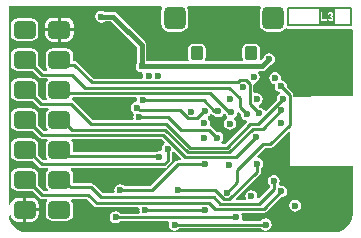
<source format=gbr>
%TF.GenerationSoftware,Altium Limited,Altium Designer,20.2.6 (244)*%
G04 Layer_Physical_Order=3*
G04 Layer_Color=16440176*
%FSLAX45Y45*%
%MOMM*%
%TF.SameCoordinates,9E4D4D7D-1FFC-428C-BB03-7E89B6F1CBBC*%
%TF.FilePolarity,Positive*%
%TF.FileFunction,Copper,L3,Inr,Signal*%
%TF.Part,Single*%
G01*
G75*
%TA.AperFunction,NonConductor*%
%ADD22C,0.15000*%
%TA.AperFunction,Conductor*%
%ADD23C,0.25000*%
%ADD24C,0.40000*%
%TA.AperFunction,ComponentPad*%
G04:AMPARAMS|DCode=27|XSize=1.1mm|YSize=1.2mm|CornerRadius=0.275mm|HoleSize=0mm|Usage=FLASHONLY|Rotation=180.000|XOffset=0mm|YOffset=0mm|HoleType=Round|Shape=RoundedRectangle|*
%AMROUNDEDRECTD27*
21,1,1.10000,0.65000,0,0,180.0*
21,1,0.55000,1.20000,0,0,180.0*
1,1,0.55000,-0.27500,0.32500*
1,1,0.55000,0.27500,0.32500*
1,1,0.55000,0.27500,-0.32500*
1,1,0.55000,-0.27500,-0.32500*
%
%ADD27ROUNDEDRECTD27*%
G04:AMPARAMS|DCode=28|XSize=1.9mm|YSize=1.9mm|CornerRadius=0.475mm|HoleSize=0mm|Usage=FLASHONLY|Rotation=180.000|XOffset=0mm|YOffset=0mm|HoleType=Round|Shape=RoundedRectangle|*
%AMROUNDEDRECTD28*
21,1,1.90000,0.95000,0,0,180.0*
21,1,0.95000,1.90000,0,0,180.0*
1,1,0.95000,-0.47500,0.47500*
1,1,0.95000,0.47500,0.47500*
1,1,0.95000,0.47500,-0.47500*
1,1,0.95000,-0.47500,-0.47500*
%
%ADD28ROUNDEDRECTD28*%
%TA.AperFunction,ViaPad*%
%ADD29C,0.60000*%
%TA.AperFunction,ComponentPad*%
G04:AMPARAMS|DCode=30|XSize=1.5mm|YSize=1.9mm|CornerRadius=0.375mm|HoleSize=0mm|Usage=FLASHONLY|Rotation=270.000|XOffset=0mm|YOffset=0mm|HoleType=Round|Shape=RoundedRectangle|*
%AMROUNDEDRECTD30*
21,1,1.50000,1.15000,0,0,270.0*
21,1,0.75000,1.90000,0,0,270.0*
1,1,0.75000,-0.57500,-0.37500*
1,1,0.75000,-0.57500,0.37500*
1,1,0.75000,0.57500,0.37500*
1,1,0.75000,0.57500,-0.37500*
%
%ADD30ROUNDEDRECTD30*%
G36*
X2179924Y1942827D02*
X2173917Y1933837D01*
X2168678Y1907500D01*
Y1812500D01*
X2173917Y1786163D01*
X2188836Y1763836D01*
X2211163Y1748917D01*
X2237500Y1743678D01*
X2332500D01*
X2358837Y1748917D01*
X2381164Y1763836D01*
X2389566Y1776409D01*
X2396770Y1771596D01*
X2407500Y1769462D01*
X2942500D01*
X2956056Y1756864D01*
Y1194971D01*
X2610000D01*
X2593183Y1191626D01*
X2589170Y1188944D01*
X2455637D01*
Y1207500D01*
X2453114Y1220180D01*
X2445932Y1230931D01*
X2400296Y1276566D01*
X2400980Y1280000D01*
X2397099Y1299509D01*
X2386048Y1316048D01*
X2369509Y1327099D01*
X2350000Y1330980D01*
X2350006Y1345108D01*
X2350980Y1350000D01*
X2347099Y1369509D01*
X2336048Y1386048D01*
X2319509Y1397099D01*
X2300000Y1400980D01*
X2280491Y1397099D01*
X2263952Y1386048D01*
X2252901Y1369509D01*
X2249020Y1350000D01*
X2252901Y1330491D01*
X2263952Y1313952D01*
X2280491Y1302901D01*
X2300000Y1299020D01*
X2299994Y1284892D01*
X2299021Y1280000D01*
X2302901Y1260491D01*
X2313952Y1243952D01*
X2330491Y1232901D01*
X2339518Y1231105D01*
X2341408Y1215435D01*
X2328952Y1207113D01*
X2317901Y1190574D01*
X2314021Y1171065D01*
X2314704Y1167631D01*
X2220454Y1073381D01*
X2202397Y1076537D01*
X2196044Y1086046D01*
X2179505Y1097097D01*
X2167441Y1099496D01*
X2161453Y1108461D01*
X2164152Y1123609D01*
X2180690Y1134660D01*
X2191741Y1151199D01*
X2195622Y1170708D01*
X2191741Y1190217D01*
X2180690Y1206756D01*
X2164151Y1217807D01*
X2144642Y1221687D01*
X2132072Y1219187D01*
X2117071Y1229087D01*
Y1294306D01*
X2117593Y1296931D01*
X2129464Y1310901D01*
X2139505Y1312898D01*
X2156044Y1323949D01*
X2167095Y1340488D01*
X2170975Y1359997D01*
X2167095Y1379506D01*
X2157266Y1394216D01*
X2159354Y1402028D01*
X2163331Y1409216D01*
X2189999D01*
X2190000Y1409216D01*
X2205607Y1412321D01*
X2218838Y1421161D01*
X2258360Y1460683D01*
X2269509Y1462901D01*
X2286048Y1473952D01*
X2297099Y1490491D01*
X2300980Y1510000D01*
X2297099Y1529509D01*
X2286048Y1546048D01*
X2269509Y1557099D01*
X2250000Y1560980D01*
X2230491Y1557099D01*
X2213952Y1546048D01*
X2202901Y1529509D01*
X2200683Y1518360D01*
X2180725Y1498402D01*
X2169074Y1507964D01*
X2169744Y1508967D01*
X2173431Y1527500D01*
Y1592500D01*
X2169744Y1611034D01*
X2159245Y1626746D01*
X2143533Y1637244D01*
X2125000Y1640931D01*
X2070000D01*
X2051467Y1637244D01*
X2035755Y1626746D01*
X2025256Y1611034D01*
X2021569Y1592500D01*
Y1527500D01*
X2025256Y1508967D01*
X2027383Y1505783D01*
X2019366Y1490783D01*
X1715634D01*
X1707617Y1505783D01*
X1709744Y1508967D01*
X1713430Y1527500D01*
Y1592500D01*
X1709744Y1611034D01*
X1699245Y1626746D01*
X1683533Y1637244D01*
X1665000Y1640931D01*
X1610000D01*
X1591466Y1637244D01*
X1575755Y1626746D01*
X1565256Y1611034D01*
X1561569Y1592500D01*
Y1527500D01*
X1565256Y1508967D01*
X1567383Y1505783D01*
X1559365Y1490783D01*
X1210783D01*
Y1629999D01*
X1210784Y1630000D01*
X1207679Y1645607D01*
X1198838Y1658838D01*
X958838Y1898838D01*
X945607Y1907679D01*
X930000Y1910784D01*
X929999Y1910784D01*
X858961D01*
X849509Y1917099D01*
X830000Y1920980D01*
X810491Y1917099D01*
X793952Y1906048D01*
X782901Y1889509D01*
X779021Y1870000D01*
X782901Y1850491D01*
X793952Y1833952D01*
X810491Y1822901D01*
X830000Y1819020D01*
X849509Y1822901D01*
X858961Y1829217D01*
X913107D01*
X1129216Y1613107D01*
Y1478960D01*
X1122901Y1469509D01*
X1119020Y1450000D01*
X1122901Y1430491D01*
X1133952Y1413952D01*
X1150491Y1402901D01*
X1170000Y1399020D01*
X1171402Y1399299D01*
X1175744Y1395600D01*
X1182233Y1386160D01*
X1179018Y1369997D01*
X1180881Y1360634D01*
X1169475Y1345634D01*
X761228D01*
X622964Y1483898D01*
X612214Y1491081D01*
X599533Y1493604D01*
X590126D01*
Y1543500D01*
X585664Y1565935D01*
X572955Y1584955D01*
X553935Y1597664D01*
X531500Y1602126D01*
X416500D01*
X394065Y1597664D01*
X375045Y1584955D01*
X362337Y1565935D01*
X357874Y1543500D01*
Y1468500D01*
X362337Y1446065D01*
X374316Y1428137D01*
X373053Y1422565D01*
X368861Y1413137D01*
X339726D01*
X294174Y1458688D01*
X296126Y1468500D01*
Y1543500D01*
X291664Y1565935D01*
X278955Y1584955D01*
X259935Y1597664D01*
X237500Y1602126D01*
X122500D01*
X100065Y1597664D01*
X81045Y1584955D01*
X68337Y1565935D01*
X63874Y1543500D01*
Y1468500D01*
X68337Y1446065D01*
X81045Y1427045D01*
X100065Y1414337D01*
X122500Y1409874D01*
X237500D01*
X247312Y1411826D01*
X302569Y1356569D01*
X313319Y1349386D01*
X326000Y1346863D01*
X371855D01*
X376405Y1331863D01*
X375045Y1330955D01*
X362337Y1311935D01*
X357874Y1289500D01*
Y1214500D01*
X362337Y1192065D01*
X371643Y1178137D01*
X364930Y1163137D01*
X335726D01*
X294174Y1204688D01*
X296126Y1214500D01*
Y1289500D01*
X291664Y1311935D01*
X278955Y1330955D01*
X259935Y1343664D01*
X237500Y1348126D01*
X122500D01*
X100065Y1343664D01*
X81045Y1330955D01*
X68337Y1311935D01*
X63874Y1289500D01*
Y1214500D01*
X68337Y1192065D01*
X81045Y1173045D01*
X100065Y1160337D01*
X122500Y1155874D01*
X237500D01*
X247312Y1157826D01*
X298569Y1106569D01*
X309319Y1099386D01*
X322000Y1096863D01*
X377841D01*
X382391Y1081863D01*
X375045Y1076955D01*
X362337Y1057935D01*
X357874Y1035500D01*
Y960500D01*
X362337Y938065D01*
X375045Y919045D01*
X376405Y918137D01*
X371855Y903137D01*
X341726D01*
X294174Y950688D01*
X296126Y960500D01*
Y1035500D01*
X291664Y1057935D01*
X278955Y1076955D01*
X259935Y1089664D01*
X237500Y1094126D01*
X122500D01*
X100065Y1089664D01*
X81045Y1076955D01*
X68337Y1057935D01*
X63874Y1035500D01*
Y960500D01*
X68337Y938065D01*
X81045Y919045D01*
X100065Y906337D01*
X122500Y901874D01*
X237500D01*
X247312Y903826D01*
X304569Y846569D01*
X315319Y839386D01*
X328000Y836863D01*
X368861D01*
X373053Y827435D01*
X374316Y821863D01*
X362337Y803935D01*
X357874Y781500D01*
Y706500D01*
X362337Y684065D01*
X372979Y668137D01*
X367923Y653137D01*
X337726D01*
X294174Y696688D01*
X296126Y706500D01*
Y781500D01*
X291664Y803935D01*
X278955Y822955D01*
X259935Y835664D01*
X237500Y840126D01*
X122500D01*
X100065Y835664D01*
X81045Y822955D01*
X68337Y803935D01*
X63874Y781500D01*
Y706500D01*
X68337Y684065D01*
X81045Y665045D01*
X100065Y652337D01*
X122500Y647874D01*
X237500D01*
X247312Y649826D01*
X300569Y596569D01*
X311319Y589386D01*
X324000Y586863D01*
X374848D01*
X379398Y571863D01*
X375045Y568955D01*
X362337Y549935D01*
X357874Y527500D01*
Y452500D01*
X362337Y430065D01*
X375045Y411045D01*
X379398Y408137D01*
X374848Y393137D01*
X343725D01*
X294174Y442688D01*
X296126Y452500D01*
Y527500D01*
X291664Y549935D01*
X278955Y568955D01*
X259935Y581664D01*
X237500Y586126D01*
X122500D01*
X100065Y581664D01*
X81045Y568955D01*
X68337Y549935D01*
X63874Y527500D01*
Y452500D01*
X68337Y430065D01*
X81045Y411045D01*
X100065Y398337D01*
X122500Y393874D01*
X237500D01*
X247312Y395826D01*
X306569Y336569D01*
X317319Y329386D01*
X330000Y326863D01*
X367923D01*
X372979Y311863D01*
X362337Y295935D01*
X357874Y273500D01*
Y198500D01*
X362337Y176065D01*
X375045Y157045D01*
X394065Y144337D01*
X416500Y139874D01*
X531500D01*
X553935Y144337D01*
X572955Y157045D01*
X585664Y176065D01*
X590126Y198500D01*
Y273500D01*
X585664Y295935D01*
X575021Y311863D01*
X580077Y326863D01*
X706275D01*
X766569Y266569D01*
X777320Y259386D01*
X790000Y256863D01*
X1142826D01*
X1152919Y241863D01*
X1150501Y229704D01*
X1152802Y218136D01*
X1142431Y203136D01*
X987991D01*
X986046Y206048D01*
X969507Y217099D01*
X949998Y220979D01*
X930489Y217099D01*
X913950Y206048D01*
X902899Y189509D01*
X899019Y170000D01*
X902899Y150491D01*
X913950Y133952D01*
X930489Y122901D01*
X949998Y119020D01*
X969507Y122901D01*
X986046Y133952D01*
X987991Y136863D01*
X1391148D01*
X1401380Y121863D01*
X1399020Y110000D01*
X1402901Y90491D01*
X1413952Y73952D01*
X1430491Y62901D01*
X1450000Y59020D01*
X1469509Y62901D01*
X1486048Y73952D01*
X1487993Y76863D01*
X2182007D01*
X2183952Y73952D01*
X2200491Y62901D01*
X2220000Y59020D01*
X2239509Y62901D01*
X2256048Y73952D01*
X2267099Y90491D01*
X2270979Y110000D01*
X2267099Y129509D01*
X2256048Y146048D01*
X2239509Y157099D01*
X2220000Y160980D01*
X2200491Y157099D01*
X2183952Y146048D01*
X2182007Y143137D01*
X2028852D01*
X2018620Y158137D01*
X2020980Y170000D01*
X2017099Y189509D01*
X2013855Y194364D01*
X2021873Y209364D01*
X2202500D01*
X2215181Y211886D01*
X2225931Y219069D01*
X2346566Y339703D01*
X2350000Y339020D01*
X2369509Y342901D01*
X2386048Y353952D01*
X2397099Y370491D01*
X2400980Y390000D01*
X2397099Y409509D01*
X2386048Y426048D01*
X2369509Y437099D01*
X2350000Y440980D01*
X2340891Y439168D01*
X2331871Y452667D01*
X2337099Y460491D01*
X2340980Y480000D01*
X2337099Y499509D01*
X2326048Y516048D01*
X2309509Y527099D01*
X2290000Y530980D01*
X2270491Y527099D01*
X2253952Y516048D01*
X2242901Y499509D01*
X2239020Y480000D01*
X2242901Y460491D01*
X2253952Y443952D01*
X2256205Y442447D01*
Y424384D01*
X2162413Y330592D01*
X2148589Y337981D01*
X2150980Y350000D01*
X2147099Y369509D01*
X2136048Y386048D01*
X2119509Y397099D01*
X2100000Y400980D01*
X2080491Y397099D01*
X2063952Y386048D01*
X2052901Y369509D01*
X2049021Y350000D01*
X2052901Y330491D01*
X2053988Y328865D01*
X2046917Y315637D01*
X1973414D01*
X1967674Y329495D01*
X2172366Y534186D01*
X2179549Y544937D01*
X2182071Y557617D01*
Y587007D01*
X2184982Y588952D01*
X2196033Y605491D01*
X2199914Y625000D01*
X2196033Y644509D01*
X2184982Y661048D01*
X2168443Y672099D01*
X2153205Y675130D01*
X2147682Y687040D01*
X2147297Y690435D01*
X2213726Y756863D01*
X2256566D01*
X2269247Y759386D01*
X2279997Y766569D01*
X2416142Y902714D01*
X2430000Y896974D01*
Y608944D01*
X2433944Y605000D01*
X2956056D01*
Y200000D01*
X2956165Y199453D01*
X2950913Y159563D01*
X2935305Y121882D01*
X2910476Y89524D01*
X2878118Y64695D01*
X2840437Y49087D01*
X2800547Y43836D01*
X2800000Y43944D01*
X200000D01*
X199453Y43836D01*
X159563Y49087D01*
X121882Y64695D01*
X89524Y89524D01*
X64695Y121882D01*
X49087Y159563D01*
X45697Y185316D01*
X60504Y187761D01*
X63250Y173958D01*
X77152Y153152D01*
X97958Y139250D01*
X122500Y134368D01*
X167300D01*
Y236000D01*
Y337632D01*
X122500D01*
X97958Y332750D01*
X77152Y318848D01*
X63250Y298042D01*
X58944Y276397D01*
X43944Y277875D01*
Y1956056D01*
X1337853D01*
X1344924Y1942827D01*
X1338917Y1933837D01*
X1333678Y1907500D01*
Y1812500D01*
X1338917Y1786163D01*
X1353835Y1763836D01*
X1376163Y1748917D01*
X1402500Y1743678D01*
X1497500D01*
X1523837Y1748917D01*
X1546164Y1763836D01*
X1561083Y1786163D01*
X1566322Y1812500D01*
Y1907500D01*
X1561083Y1933837D01*
X1555076Y1942827D01*
X1562147Y1956056D01*
X2172853D01*
X2179924Y1942827D01*
D02*
G37*
G36*
X1131380Y1171863D02*
X1129020Y1160000D01*
X1116072Y1148207D01*
X1110489Y1147097D01*
X1093950Y1136046D01*
X1082899Y1119507D01*
X1079018Y1099998D01*
X1082899Y1080489D01*
X1093950Y1063950D01*
X1099216Y1060431D01*
X1103355Y1040188D01*
X1102901Y1039509D01*
X1099020Y1020000D01*
X1101380Y1008137D01*
X1091148Y993137D01*
X753726D01*
X593431Y1153431D01*
X582681Y1160614D01*
X581476Y1160854D01*
X579331Y1163923D01*
X576609Y1174174D01*
X585903Y1186864D01*
X1121148D01*
X1131380Y1171863D01*
D02*
G37*
G36*
X2009704Y1048434D02*
X2009020Y1045000D01*
X2012901Y1025491D01*
X2023952Y1008952D01*
X2040491Y997901D01*
X2057244Y994569D01*
X2061454Y985599D01*
X2062526Y979388D01*
X1876274Y793137D01*
X1850442D01*
X1845891Y808137D01*
X1847113Y808953D01*
X1858164Y825492D01*
X1862044Y845001D01*
X1858164Y864510D01*
X1847113Y881049D01*
X1830574Y892100D01*
X1811065Y895980D01*
X1803731Y894521D01*
X1764822Y933431D01*
X1754072Y940614D01*
X1746514Y954077D01*
X1749184Y967500D01*
X1745303Y987009D01*
X1734252Y1003548D01*
X1728964Y1007081D01*
X1728184Y1010454D01*
X1729992Y1024435D01*
X1742164Y1032568D01*
X1747468Y1040506D01*
X1753295Y1042837D01*
X1766273Y1044071D01*
X1766468Y1043996D01*
X1773371Y1039384D01*
X1781383Y1037790D01*
X1783948Y1033950D01*
X1800487Y1022899D01*
X1819996Y1019018D01*
X1839505Y1022899D01*
X1856044Y1033950D01*
X1861348Y1041888D01*
X1880020Y1044429D01*
X1882639Y1041810D01*
X1882901Y1040491D01*
X1893418Y1024751D01*
X1893922Y1023689D01*
X1892059Y1007176D01*
X1882887Y1001048D01*
X1871836Y984509D01*
X1867955Y965000D01*
X1871836Y945491D01*
X1882887Y928952D01*
X1899426Y917901D01*
X1918935Y914020D01*
X1938444Y917901D01*
X1954983Y928952D01*
X1966034Y945491D01*
X1969915Y965000D01*
X1966034Y984509D01*
X1955517Y1000248D01*
X1955013Y1001310D01*
X1956876Y1017823D01*
X1966048Y1023952D01*
X1977099Y1040491D01*
X1980307Y1056618D01*
X1989994Y1061556D01*
X1995612Y1062526D01*
X2009704Y1048434D01*
D02*
G37*
G36*
X1364432Y810024D02*
X1361890Y791352D01*
X1353952Y786048D01*
X1342901Y769509D01*
X1339020Y750000D01*
X1340576Y742181D01*
X1327819Y729424D01*
X1320000Y730979D01*
X1300491Y727099D01*
X1294561Y723136D01*
X590126D01*
Y781500D01*
X585664Y803935D01*
X573684Y821863D01*
X574947Y827435D01*
X579139Y836863D01*
X1337592D01*
X1364432Y810024D01*
D02*
G37*
G36*
X1506319Y668137D02*
X1500105Y653137D01*
X1480000D01*
X1467319Y650614D01*
X1456569Y643431D01*
X1246275Y433137D01*
X1027993D01*
X1026048Y436048D01*
X1009509Y447099D01*
X990000Y450980D01*
X970491Y447099D01*
X953952Y436048D01*
X942901Y419509D01*
X939020Y400000D01*
X941380Y388137D01*
X931148Y373137D01*
X843726D01*
X768431Y448431D01*
X757681Y455614D01*
X745000Y458137D01*
X590126D01*
Y527500D01*
X585664Y549935D01*
X572955Y568955D01*
X568602Y571863D01*
X573152Y586863D01*
X1360000D01*
X1372681Y589386D01*
X1383431Y596569D01*
X1413431Y626569D01*
X1420614Y637319D01*
X1423137Y650000D01*
Y712007D01*
X1426048Y713952D01*
X1431352Y721890D01*
X1450024Y724432D01*
X1506319Y668137D01*
D02*
G37*
G36*
X2805500Y1804500D02*
X2674500D01*
Y1935500D01*
X2805500D01*
Y1804500D01*
D02*
G37*
%LPC*%
G36*
X531500Y1861632D02*
X486700D01*
Y1772700D01*
X595632D01*
Y1797500D01*
X590750Y1822042D01*
X576848Y1842848D01*
X556042Y1856750D01*
X531500Y1861632D01*
D02*
G37*
G36*
X461300D02*
X416500D01*
X391958Y1856750D01*
X371152Y1842848D01*
X357250Y1822042D01*
X352368Y1797500D01*
Y1772700D01*
X461300D01*
Y1861632D01*
D02*
G37*
G36*
X237500Y1856126D02*
X122500D01*
X100065Y1851664D01*
X81045Y1838955D01*
X68337Y1819935D01*
X63874Y1797500D01*
Y1722500D01*
X68337Y1700065D01*
X81045Y1681045D01*
X100065Y1668337D01*
X122500Y1663874D01*
X237500D01*
X259935Y1668337D01*
X278955Y1681045D01*
X291664Y1700065D01*
X296126Y1722500D01*
Y1797500D01*
X291664Y1819935D01*
X278955Y1838955D01*
X259935Y1851664D01*
X237500Y1856126D01*
D02*
G37*
G36*
X595632Y1747300D02*
X486700D01*
Y1658368D01*
X531500D01*
X556042Y1663250D01*
X576848Y1677152D01*
X590750Y1697958D01*
X595632Y1722500D01*
Y1747300D01*
D02*
G37*
G36*
X461300D02*
X352368D01*
Y1722500D01*
X357250Y1697958D01*
X371152Y1677152D01*
X391958Y1663250D01*
X416500Y1658368D01*
X461300D01*
Y1747300D01*
D02*
G37*
G36*
X237500Y337632D02*
X192700D01*
Y248700D01*
X301632D01*
Y273500D01*
X296750Y298042D01*
X282848Y318848D01*
X262042Y332750D01*
X237500Y337632D01*
D02*
G37*
G36*
X2470000Y320980D02*
X2450491Y317099D01*
X2433952Y306048D01*
X2422901Y289509D01*
X2419020Y270000D01*
X2422901Y250491D01*
X2433952Y233952D01*
X2450491Y222901D01*
X2470000Y219020D01*
X2489509Y222901D01*
X2506048Y233952D01*
X2517099Y250491D01*
X2520979Y270000D01*
X2517099Y289509D01*
X2506048Y306048D01*
X2489509Y317099D01*
X2470000Y320980D01*
D02*
G37*
G36*
X301632Y223300D02*
X192700D01*
Y134368D01*
X237500D01*
X262042Y139250D01*
X282848Y153152D01*
X296750Y173958D01*
X301632Y198500D01*
Y223300D01*
D02*
G37*
G36*
X2737956Y1906603D02*
X2686251D01*
Y1833769D01*
X2737956D01*
Y1846191D01*
X2701062D01*
Y1906603D01*
X2737956D01*
D01*
D02*
G37*
G36*
X2769171Y1907505D02*
X2744964D01*
X2767578D01*
X2766464Y1907399D01*
X2764393Y1907134D01*
X2763438Y1906975D01*
X2762535Y1906762D01*
X2761686Y1906603D01*
X2760890Y1906391D01*
X2760199Y1906178D01*
X2759562Y1905966D01*
X2759032Y1905754D01*
X2758554Y1905594D01*
X2758182Y1905435D01*
X2757917Y1905329D01*
X2757758Y1905276D01*
X2757704Y1905223D01*
X2755953Y1904320D01*
X2755209Y1903789D01*
X2754466Y1903259D01*
X2753776Y1902781D01*
X2753139Y1902250D01*
X2752555Y1901719D01*
X2752077Y1901241D01*
X2751600Y1900764D01*
X2751175Y1900339D01*
X2750856Y1899967D01*
X2750591Y1899596D01*
X2750325Y1899330D01*
X2750166Y1899118D01*
X2750113Y1899012D01*
X2750060Y1898959D01*
X2749582Y1898162D01*
X2749104Y1897366D01*
X2748308Y1895614D01*
X2747618Y1893809D01*
X2747034Y1892111D01*
X2746769Y1891367D01*
X2746609Y1890624D01*
X2746397Y1889987D01*
X2746291Y1889403D01*
X2746185Y1888925D01*
X2746079Y1888607D01*
X2746025Y1888341D01*
Y1888288D01*
X2758978Y1886112D01*
X2759085Y1886961D01*
X2759244Y1887811D01*
X2759456Y1888554D01*
X2759669Y1889244D01*
X2759934Y1889934D01*
X2760199Y1890518D01*
X2760465Y1891049D01*
X2760730Y1891527D01*
X2760996Y1891951D01*
X2761208Y1892323D01*
X2761474Y1892641D01*
X2761633Y1892907D01*
X2761845Y1893119D01*
X2761951Y1893278D01*
X2762004Y1893331D01*
X2762057Y1893385D01*
X2762535Y1893809D01*
X2763066Y1894234D01*
X2764128Y1894871D01*
X2765190Y1895296D01*
X2766145Y1895614D01*
X2766994Y1895827D01*
X2767366Y1895880D01*
X2767685D01*
X2767897Y1895933D01*
X2768269D01*
X2769596Y1895827D01*
X2770710Y1895561D01*
X2771719Y1895243D01*
X2772568Y1894818D01*
X2773259Y1894393D01*
X2773736Y1894075D01*
X2774055Y1893809D01*
X2774161Y1893703D01*
X2774904Y1892801D01*
X2775435Y1891845D01*
X2775860Y1890890D01*
X2776125Y1889934D01*
X2776285Y1889085D01*
X2776338Y1888766D01*
Y1888448D01*
X2776391Y1888182D01*
Y1887970D01*
Y1887864D01*
Y1887811D01*
X2776338Y1887014D01*
X2776285Y1886271D01*
X2776125Y1885528D01*
X2775913Y1884891D01*
X2775435Y1883670D01*
X2774904Y1882661D01*
X2774586Y1882237D01*
X2774320Y1881865D01*
X2774055Y1881546D01*
X2773843Y1881281D01*
X2773630Y1881069D01*
X2773471Y1880909D01*
X2773418Y1880856D01*
X2773365Y1880803D01*
X2772781Y1880325D01*
X2772144Y1879954D01*
X2771454Y1879635D01*
X2770710Y1879317D01*
X2769277Y1878892D01*
X2767844Y1878627D01*
X2767207Y1878520D01*
X2766570Y1878467D01*
X2766039Y1878414D01*
X2765561Y1878361D01*
X2764606D01*
X2763066Y1866895D01*
X2764393Y1867266D01*
X2765614Y1867532D01*
X2766729Y1867691D01*
X2767685Y1867850D01*
X2768428Y1867903D01*
X2768746D01*
X2769012Y1867956D01*
X2769490D01*
X2770233Y1867903D01*
X2770976Y1867797D01*
X2771666Y1867691D01*
X2772303Y1867479D01*
X2773471Y1866948D01*
X2774480Y1866417D01*
X2775329Y1865833D01*
X2775647Y1865568D01*
X2775913Y1865302D01*
X2776178Y1865090D01*
X2776338Y1864984D01*
X2776391Y1864877D01*
X2776444Y1864824D01*
X2776975Y1864240D01*
X2777399Y1863550D01*
X2777771Y1862860D01*
X2778089Y1862170D01*
X2778620Y1860790D01*
X2778939Y1859410D01*
X2779098Y1858826D01*
X2779151Y1858242D01*
X2779204Y1857711D01*
X2779257Y1857286D01*
X2779310Y1856914D01*
Y1856596D01*
Y1856437D01*
Y1856384D01*
X2779257Y1855375D01*
X2779204Y1854366D01*
X2779045Y1853464D01*
X2778833Y1852615D01*
X2778620Y1851818D01*
X2778355Y1851075D01*
X2778089Y1850438D01*
X2777824Y1849801D01*
X2777505Y1849270D01*
X2777240Y1848792D01*
X2776975Y1848421D01*
X2776762Y1848049D01*
X2776550Y1847784D01*
X2776391Y1847624D01*
X2776338Y1847518D01*
X2776285Y1847465D01*
X2775701Y1846881D01*
X2775117Y1846403D01*
X2774533Y1845926D01*
X2773896Y1845554D01*
X2773259Y1845236D01*
X2772675Y1844970D01*
X2771507Y1844599D01*
X2770498Y1844333D01*
X2770073Y1844280D01*
X2769702Y1844227D01*
X2769383Y1844174D01*
X2768959D01*
X2768215Y1844227D01*
X2767525Y1844280D01*
X2766198Y1844599D01*
X2765030Y1845023D01*
X2764022Y1845554D01*
X2763172Y1846032D01*
X2762854Y1846244D01*
X2762588Y1846457D01*
X2762376Y1846616D01*
X2762217Y1846775D01*
X2762111Y1846828D01*
X2762057Y1846881D01*
X2761580Y1847412D01*
X2761102Y1847996D01*
X2760359Y1849323D01*
X2759722Y1850650D01*
X2759297Y1851924D01*
X2759085Y1852508D01*
X2758978Y1853092D01*
X2758819Y1853570D01*
X2758766Y1854048D01*
X2758660Y1854419D01*
Y1854685D01*
X2758607Y1854844D01*
Y1854897D01*
X2744964Y1853198D01*
D01*
X2745229Y1851500D01*
X2745601Y1849907D01*
X2746025Y1848368D01*
X2746556Y1846987D01*
X2747193Y1845660D01*
X2747830Y1844386D01*
X2748467Y1843271D01*
X2749158Y1842263D01*
X2749795Y1841360D01*
X2750432Y1840511D01*
X2751016Y1839821D01*
X2751493Y1839290D01*
X2751918Y1838812D01*
X2752290Y1838494D01*
X2752502Y1838281D01*
X2752555Y1838228D01*
X2753829Y1837220D01*
X2755156Y1836317D01*
X2756537Y1835574D01*
X2757917Y1834937D01*
X2759297Y1834353D01*
X2760677Y1833875D01*
X2762004Y1833504D01*
X2763278Y1833238D01*
X2764499Y1832973D01*
X2765561Y1832813D01*
X2766570Y1832654D01*
X2767419Y1832601D01*
X2768109Y1832548D01*
X2768640Y1832495D01*
X2769065D01*
X2770976Y1832548D01*
X2772834Y1832813D01*
X2774586Y1833132D01*
X2776231Y1833557D01*
X2777824Y1834088D01*
X2779257Y1834671D01*
X2780584Y1835255D01*
X2781805Y1835892D01*
X2782867Y1836529D01*
X2783876Y1837167D01*
X2784672Y1837697D01*
X2785362Y1838228D01*
X2785893Y1838653D01*
X2786318Y1839025D01*
X2786530Y1839237D01*
X2786636Y1839290D01*
X2787910Y1840617D01*
X2788972Y1841944D01*
X2789928Y1843324D01*
X2790777Y1844758D01*
X2791414Y1846138D01*
X2791998Y1847518D01*
X2792476Y1848845D01*
X2792847Y1850119D01*
X2793166Y1851287D01*
X2793378Y1852349D01*
X2793537Y1853358D01*
X2793644Y1854154D01*
X2793697Y1854844D01*
X2793750Y1855375D01*
Y1832495D01*
X2793750D01*
X2793750D01*
Y1855800D01*
X2793697Y1857021D01*
X2793591Y1858189D01*
X2793378Y1859303D01*
X2793166Y1860365D01*
X2792900Y1861374D01*
X2792582Y1862329D01*
X2792210Y1863179D01*
X2791892Y1863975D01*
X2791520Y1864665D01*
X2791149Y1865302D01*
X2790830Y1865886D01*
X2790565Y1866311D01*
X2790352Y1866682D01*
X2790140Y1866948D01*
X2790034Y1867107D01*
X2789981Y1867160D01*
X2789238Y1868009D01*
X2788441Y1868753D01*
X2787645Y1869496D01*
X2786796Y1870080D01*
X2785999Y1870664D01*
X2785150Y1871142D01*
X2784301Y1871566D01*
X2783504Y1871938D01*
X2782761Y1872256D01*
X2782071Y1872522D01*
X2781487Y1872787D01*
X2780956Y1872946D01*
X2780478Y1873053D01*
X2780160Y1873159D01*
X2779947Y1873212D01*
X2779894D01*
X2780850Y1873743D01*
X2781752Y1874327D01*
X2782602Y1874911D01*
X2783398Y1875548D01*
X2784141Y1876132D01*
X2784831Y1876769D01*
X2786052Y1878043D01*
X2787061Y1879370D01*
X2787910Y1880644D01*
X2788600Y1881918D01*
X2789184Y1883086D01*
X2789609Y1884254D01*
X2789928Y1885316D01*
X2790193Y1886218D01*
X2790352Y1887067D01*
X2790458Y1887757D01*
X2790512Y1888235D01*
Y1888554D01*
Y1888660D01*
X2790458Y1889934D01*
X2790299Y1891155D01*
X2790034Y1892323D01*
X2789715Y1893438D01*
X2789291Y1894499D01*
X2788866Y1895508D01*
X2788388Y1896464D01*
X2787910Y1897313D01*
X2787433Y1898109D01*
X2786955Y1898799D01*
X2786530Y1899383D01*
X2786105Y1899914D01*
X2785787Y1900339D01*
X2785521Y1900604D01*
X2785362Y1900817D01*
X2785309Y1900870D01*
X2784088Y1902038D01*
X2782814Y1903046D01*
X2781434Y1903949D01*
X2780054Y1904692D01*
X2778673Y1905329D01*
X2777293Y1905913D01*
X2775966Y1906338D01*
X2774639Y1906656D01*
X2773418Y1906975D01*
X2772303Y1907134D01*
X2771294Y1907293D01*
X2770392Y1907399D01*
X2769702Y1907452D01*
X2769171Y1907505D01*
D02*
G37*
%LPD*%
D22*
X2407500Y1942500D02*
X2942500D01*
Y1797500D02*
Y1942500D01*
X2407500Y1797500D02*
X2942500D01*
X2407500D02*
Y1942500D01*
D23*
X580000Y1380000D02*
X692625Y1267375D01*
X1910007D02*
X2000000Y1177382D01*
X692625Y1267375D02*
X1910007D01*
X1806390Y845001D02*
X1811065D01*
X1562448Y1007552D02*
X1637552D01*
X1698616Y1068616D02*
X1706116D01*
X1696049Y1160000D02*
X1786052Y1069998D01*
X1180000Y1160000D02*
X1696049D01*
X1751311Y1220000D02*
X1911311Y1060000D01*
X486000Y1220000D02*
X1751311D01*
X1741391Y910000D02*
X1806390Y845001D01*
X1560000Y720000D02*
X1910000D01*
X1541317Y680000D02*
X1970000D01*
X1580000Y760000D02*
X1890000D01*
X1910000Y720000D02*
X2110000Y920000D01*
X1480000Y620000D02*
X1710000D01*
X1980000Y570000D02*
X2200000Y790000D01*
X1980000Y470000D02*
Y570000D01*
X1500000Y910000D02*
X1741391D01*
X747503Y1312497D02*
X1985115D01*
X1786052Y1069998D02*
X1819996D01*
X2000000Y1105000D02*
Y1177382D01*
Y1105000D02*
X2060000Y1045000D01*
X2161183Y282500D02*
X2289341Y410658D01*
X2422500Y955935D02*
Y1207500D01*
X2350000Y1280000D02*
X2422500Y1207500D01*
X2289341Y479341D02*
X2290000Y480000D01*
X2289341Y410658D02*
Y479341D01*
X2202500Y242500D02*
X2350000Y390000D01*
X1837500Y282500D02*
X2161183D01*
X2256566Y790000D02*
X2422500Y955935D01*
X2200000Y790000D02*
X2256566D01*
X2153935Y960000D02*
X2365000Y1171065D01*
X2090000Y960000D02*
X2153935D01*
X2159996Y1049998D02*
Y1055004D01*
X2083935Y1131065D02*
X2159996Y1055004D01*
X1150000Y1020000D02*
X1390000D01*
X1500000Y910000D01*
X2083935Y1131065D02*
Y1296317D01*
X1985115Y1312497D02*
X2002618Y1330000D01*
X599533Y1460467D02*
X747503Y1312497D01*
X2002618Y1330000D02*
X2050252D01*
X454000Y1252000D02*
X486000Y1220000D01*
X1310000Y690000D02*
X1320000Y680000D01*
X561530Y690000D02*
X1310000D01*
X1351317Y870000D02*
X1541317Y680000D01*
X328000Y870000D02*
X1351317D01*
X1390000Y650000D02*
Y750000D01*
X324000Y620000D02*
X1360000D01*
X1390000Y650000D01*
X990000Y400000D02*
X1260000D01*
X1480000Y620000D01*
X1129998Y1099998D02*
X1152496Y1077500D01*
X1492500D01*
X1637552Y1007552D02*
X1698616Y1068616D01*
X1492500Y1077500D02*
X1562448Y1007552D01*
X1911311Y1060000D02*
X1930000D01*
X2050252Y1330000D02*
X2083935Y1296317D01*
X581145Y910000D02*
X1370000D01*
X493145Y998000D02*
X581145Y910000D01*
X1370000D02*
X1560000Y720000D01*
X200000Y998000D02*
X328000Y870000D01*
X1890000Y760000D02*
X2090000Y960000D01*
X1380000D02*
X1580000Y760000D01*
X1970000Y680000D02*
X2140000Y850000D01*
X2148934Y557617D02*
Y625000D01*
X1913817Y322500D02*
X2148934Y557617D01*
X1787500Y242500D02*
X2202500D01*
X1740000Y290000D02*
X1787500Y242500D01*
X1780000Y340000D02*
X1837500Y282500D01*
X1866183Y322500D02*
X1913817D01*
X1890000Y380000D02*
X1980000Y470000D01*
X1788683Y400000D02*
X1866183Y322500D01*
X1480000Y400000D02*
X1788683D01*
X830000Y340000D02*
X1780000D01*
X745000Y425000D02*
X830000Y340000D01*
X949998Y170000D02*
X1970000D01*
X1970000Y170000D01*
X200000Y744000D02*
X324000Y620000D01*
X200000Y1252000D02*
X322000Y1130000D01*
X570000D02*
X740000Y960000D01*
X322000Y1130000D02*
X570000D01*
X1201629Y229852D02*
X1709852D01*
X1710000Y230000D01*
X1201480Y229704D02*
X1201629Y229852D01*
X740000Y960000D02*
X1380000D01*
X2110000Y920000D02*
X2196592D01*
X2353986Y1077394D01*
X790000Y290000D02*
X1740000D01*
X330000Y360000D02*
X720000D01*
X790000Y290000D01*
X200000Y490000D02*
X330000Y360000D01*
X572530Y425000D02*
X745000D01*
X507530Y490000D02*
X572530Y425000D01*
X1450000Y110000D02*
X2220000D01*
X454000Y998000D02*
X493145D01*
X454000Y744000D02*
X507530D01*
X561530Y690000D01*
X454000Y490000D02*
X507530D01*
X454000Y1506000D02*
X499533Y1460467D01*
X599533D01*
X326000Y1380000D02*
X580000D01*
X200000Y1506000D02*
X326000Y1380000D01*
D24*
X2190000Y1450000D02*
X2250000Y1510000D01*
X1170000Y1450000D02*
X2190000D01*
X1170000D02*
Y1630000D01*
X930000Y1870000D02*
X1170000Y1630000D01*
X830000Y1870000D02*
X930000D01*
D27*
X1637500Y1560000D02*
D03*
X2097500D02*
D03*
D28*
X1450000Y1860000D02*
D03*
X2285000D02*
D03*
D29*
X1811065Y845001D02*
D03*
X1810000Y960000D02*
D03*
X1706116Y1068616D02*
D03*
X1918935Y965000D02*
D03*
X1702160Y843906D02*
D03*
X1710000Y620000D02*
D03*
X1910991Y614926D02*
D03*
X1698204Y967500D02*
D03*
X1591117Y1065052D02*
D03*
X1819996Y1069998D02*
D03*
X1921065Y1175000D02*
D03*
X2350000Y1280000D02*
D03*
X2290000Y480000D02*
D03*
X2350000Y390000D02*
D03*
X2300000Y1350000D02*
D03*
X2250000Y1510000D02*
D03*
X2365000Y1171065D02*
D03*
X2159996Y1049998D02*
D03*
X1229998Y1369997D02*
D03*
X1310000Y1370000D02*
D03*
X2119996Y1359997D02*
D03*
X1309997Y759998D02*
D03*
X1390000Y750000D02*
D03*
X1320000Y680000D02*
D03*
X1129998Y1099998D02*
D03*
X1180000Y1160000D02*
D03*
X2144642Y1170708D02*
D03*
X1930000Y1060000D02*
D03*
X2026435Y1272500D02*
D03*
X1170000Y1450000D02*
D03*
X1150000Y1020000D02*
D03*
X970000D02*
D03*
X2148934Y625000D02*
D03*
X1890000Y380000D02*
D03*
X1480000Y400000D02*
D03*
X949998Y170000D02*
D03*
X2490000Y170000D02*
D03*
X727797Y490264D02*
D03*
X970000Y1140000D02*
D03*
X965000Y1445000D02*
D03*
X1470000Y1520000D02*
D03*
X2000000Y1710000D02*
D03*
X2620000Y568944D02*
D03*
X830000Y1870000D02*
D03*
X990000Y400000D02*
D03*
X2060000Y1045000D02*
D03*
X1201480Y229704D02*
D03*
X2100000Y350000D02*
D03*
X2351856Y966607D02*
D03*
X2353986Y1077394D02*
D03*
X1970000Y170000D02*
D03*
X1710000Y230000D02*
D03*
X2220000Y110000D02*
D03*
X1450000D02*
D03*
X2470000Y270000D02*
D03*
X2140000Y850000D02*
D03*
D30*
X474000Y236000D02*
D03*
Y490000D02*
D03*
Y744000D02*
D03*
Y998000D02*
D03*
Y1252000D02*
D03*
Y1506000D02*
D03*
Y1760000D02*
D03*
X180000Y236000D02*
D03*
Y490000D02*
D03*
Y744000D02*
D03*
Y998000D02*
D03*
Y1252000D02*
D03*
Y1506000D02*
D03*
Y1760000D02*
D03*
%TF.MD5,eb2bffc22cfac1f4721dfe4edd47208f*%
M02*

</source>
